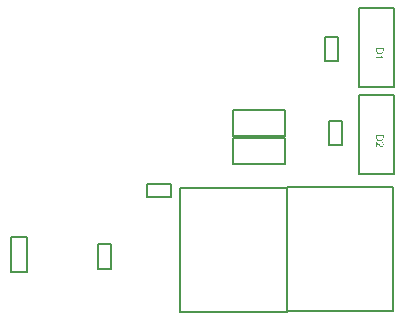
<source format=gbr>
%FSTAX23Y23*%
%MOIN*%
%SFA1B1*%

%IPPOS*%
%ADD11C,0.007874*%
%LNmtr_dvr_pcb_top_assembly-1*%
%LPD*%
G36*
X05165Y03255D02*
X05165Y03254D01*
X05165Y03253*
X05165Y03253*
X05164Y03252*
X05164Y03251*
Y03251*
X05164Y03251*
Y03251*
X05164Y03251*
X05164Y03251*
X05164Y0325*
X05164Y0325*
X05163Y03249*
X05163Y03248*
X05163Y03248*
X05162Y03248*
X05162Y03248*
X05162Y03248*
X05162Y03247*
X05162Y03247*
X05161Y03247*
X05161Y03246*
X0516Y03246*
X05159Y03245*
X05158Y03245*
X05158*
X05158Y03245*
X05158Y03245*
X05158Y03245*
X05157Y03244*
X05157Y03244*
X05157Y03244*
X05156Y03244*
X05156Y03244*
X05156Y03244*
X05155Y03244*
X05153Y03244*
X05152Y03244*
X05152*
X05152*
X05152*
X05152*
X05151Y03244*
X05151*
X0515Y03244*
X0515Y03244*
X05149Y03244*
X05148Y03244*
X05147Y03244*
X05147*
X05147Y03244*
X05147Y03244*
X05147Y03244*
X05146Y03245*
X05146Y03245*
X05145Y03245*
X05145Y03245*
X05144Y03246*
X05143Y03246*
X05143Y03246*
X05143Y03246*
X05143Y03246*
X05143Y03247*
X05142Y03247*
X05142Y03248*
X05142Y03248*
X05141Y03248*
X05141Y03248*
X05141Y03249*
X05141Y03249*
X05141Y03249*
X0514Y0325*
X0514Y0325*
X0514Y03251*
X0514Y03251*
Y03251*
X0514Y03252*
X0514Y03252*
X0514Y03252*
X0514Y03253*
X0514Y03253*
X0514Y03254*
X0514Y03255*
X0514Y03255*
Y03265*
X05165*
Y03255*
G37*
G36*
X05158Y03238D02*
X05159Y03238D01*
X05159Y03238*
X05159Y03238*
X05159Y03237*
X05159Y03237*
X05159Y03236*
X0516Y03236*
X0516Y03235*
X05161Y03234*
X05161Y03233*
X05161Y03233*
X05161Y03233*
X05162Y03233*
X05162Y03233*
X05162Y03233*
X05163Y03232*
X05163Y03232*
X05164Y03231*
X05164Y03231*
X05165Y03231*
Y03229*
X0514*
Y03232*
X05159*
X05159Y03232*
X05159Y03232*
X05159Y03232*
X05159Y03233*
X05158Y03233*
X05158Y03234*
X05157Y03234*
X05157Y03235*
Y03235*
X05157Y03235*
X05157Y03235*
X05157Y03235*
X05156Y03236*
X05156Y03236*
X05156Y03237*
X05156Y03237*
X05155Y03238*
X05158*
Y03238*
G37*
G36*
X05165Y02965D02*
X05165Y02964D01*
X05165Y02963*
X05165Y02963*
X05164Y02962*
X05164Y02961*
Y02961*
X05164Y02961*
Y02961*
X05164Y02961*
X05164Y02961*
X05164Y0296*
X05164Y0296*
X05163Y02959*
X05163Y02958*
X05163Y02958*
X05162Y02958*
X05162Y02958*
X05162Y02958*
X05162Y02957*
X05162Y02957*
X05161Y02957*
X05161Y02956*
X0516Y02956*
X05159Y02955*
X05158Y02955*
X05158*
X05158Y02955*
X05158Y02955*
X05158Y02955*
X05157Y02954*
X05157Y02954*
X05157Y02954*
X05156Y02954*
X05156Y02954*
X05156Y02954*
X05155Y02954*
X05153Y02954*
X05152Y02954*
X05152*
X05152*
X05152*
X05152*
X05151Y02954*
X05151*
X0515Y02954*
X0515Y02954*
X05149Y02954*
X05148Y02954*
X05147Y02954*
X05147*
X05147Y02954*
X05147Y02954*
X05147Y02954*
X05146Y02955*
X05146Y02955*
X05145Y02955*
X05145Y02955*
X05144Y02956*
X05143Y02956*
X05143Y02956*
X05143Y02956*
X05143Y02956*
X05143Y02957*
X05142Y02957*
X05142Y02958*
X05142Y02958*
X05141Y02958*
X05141Y02958*
X05141Y02959*
X05141Y02959*
X05141Y02959*
X0514Y0296*
X0514Y0296*
X0514Y02961*
X0514Y02961*
Y02961*
X0514Y02962*
X0514Y02962*
X0514Y02962*
X0514Y02963*
X0514Y02963*
X0514Y02964*
X0514Y02965*
X0514Y02965*
Y02975*
X05165*
Y02965*
G37*
G36*
X0514Y02951D02*
X05141Y02951D01*
X05141Y02951*
X05141Y02951*
X05142Y0295*
X05142*
X05142Y0295*
X05142Y0295*
X05142Y0295*
X05143Y0295*
X05143Y0295*
X05144Y02949*
X05144Y02949*
X05145Y02948*
X05145*
X05145Y02948*
X05145Y02948*
X05146Y02948*
X05146Y02947*
X05147Y02947*
X05147Y02946*
X05148Y02945*
X05149Y02944*
X05149Y02944*
X05149Y02944*
X05149Y02944*
X05149Y02944*
X0515Y02943*
X0515Y02943*
X0515Y02943*
X05151Y02942*
X05152Y02941*
X05152Y0294*
X05153Y0294*
X05153Y02939*
X05154Y02939*
X05154Y02939*
X05154*
X05154Y02939*
X05154Y02939*
X05154Y02939*
X05155Y02938*
X05155Y02938*
X05156Y02938*
X05157Y02938*
X05157Y02937*
X05158Y02937*
X05158*
X05158*
X05158Y02937*
X05159Y02937*
X05159Y02937*
X05159Y02938*
X0516Y02938*
X0516Y02938*
X05161Y02939*
X05161Y02939*
X05161Y02939*
X05161Y02939*
X05162Y0294*
X05162Y0294*
X05162Y02941*
X05162Y02941*
X05162Y02942*
Y02942*
X05162Y02942*
X05162Y02943*
X05162Y02943*
X05162Y02944*
X05162Y02945*
X05161Y02945*
X05161Y02946*
X05161Y02946*
X05161Y02946*
X0516Y02946*
X0516Y02946*
X05159Y02947*
X05159Y02947*
X05158Y02947*
X05157Y02947*
X05158Y0295*
X05158*
X05158Y0295*
X05158*
X05158Y0295*
X05158Y0295*
X05159Y0295*
X05159Y0295*
X0516Y0295*
X0516Y02949*
X05161Y02949*
X05162Y02949*
X05162Y02948*
X05163Y02948*
X05163Y02948*
X05163Y02948*
X05163Y02948*
X05163Y02948*
X05163Y02947*
X05163Y02947*
X05163Y02947*
X05164Y02947*
X05164Y02946*
X05164Y02946*
X05164Y02945*
X05164Y02945*
X05165Y02944*
X05165Y02944*
X05165Y02943*
X05165Y02943*
X05165Y02942*
Y02942*
X05165Y02941*
X05165Y02941*
X05165Y02941*
X05165Y0294*
X05165Y0294*
X05164Y02939*
X05164Y02938*
X05164Y02938*
X05163Y02937*
X05163Y02937*
X05163Y02936*
X05163Y02936*
X05163Y02936*
X05163Y02936*
X05162Y02936*
X05162Y02936*
X05162Y02936*
X05162Y02935*
X05161Y02935*
X05161Y02935*
X0516Y02934*
X05159Y02934*
X05159Y02934*
X05158Y02934*
X05158Y02934*
X05158*
X05158*
X05157Y02934*
X05157Y02934*
X05156Y02934*
X05156Y02934*
X05155Y02935*
X05155Y02935*
X05155Y02935*
X05155Y02935*
X05154Y02935*
X05154Y02935*
X05153Y02936*
X05153Y02936*
X05152Y02936*
X05152Y02937*
X05152Y02937*
X05151Y02937*
X05151Y02937*
X05151Y02937*
X05151Y02938*
X05151Y02938*
X0515Y02938*
X0515Y02939*
X0515Y02939*
X05149Y02939*
X05149Y0294*
X05148Y0294*
X05148Y02941*
X05147Y02942*
X05147Y02942*
X05147Y02942*
X05147Y02942*
X05147Y02942*
X05147Y02942*
X05147Y02943*
X05146Y02943*
X05146Y02944*
X05145Y02944*
X05144Y02945*
X05144Y02945*
X05144Y02945*
X05144Y02945*
X05144Y02945*
X05144Y02945*
X05144Y02946*
X05143Y02946*
X05143Y02946*
X05142Y02947*
Y02934*
X0514*
Y02951*
X0514*
X0514*
X0514*
X0514Y02951*
G37*
%LNmtr_dvr_pcb_top_assembly-2*%
%LPC*%
G36*
X05162Y03261D02*
X05142D01*
Y03255*
X05143Y03255*
X05143Y03254*
X05143Y03254*
X05143Y03253*
X05143Y03252*
X05143Y03252*
X05143Y03252*
X05143Y03252*
X05143Y03251*
X05143Y03251*
X05143Y03251*
X05144Y0325*
X05144Y0325*
X05144Y0325*
X05144Y0325*
X05144Y03249*
X05145Y03249*
X05145Y03249*
X05146Y03249*
X05146Y03248*
X05147Y03248*
X05147Y03248*
X05147*
X05148Y03248*
X05148Y03248*
X05148Y03248*
X05148Y03248*
X05148Y03248*
X05148Y03248*
X05149Y03247*
X05149Y03247*
X0515Y03247*
X05151Y03247*
X05152Y03247*
X05152*
X05152*
X05153*
X05153Y03247*
X05153*
X05154Y03247*
X05154Y03247*
X05154Y03247*
X05155Y03247*
X05157Y03248*
X05157Y03248*
X05158Y03248*
X05158Y03248*
X05158*
X05158Y03248*
X05159Y03249*
X05159Y03249*
X05159Y03249*
X05159Y03249*
X0516Y0325*
X0516Y0325*
X05161Y03251*
X05161Y03252*
X05161Y03252*
X05161Y03252*
X05161Y03252*
X05161Y03253*
X05162Y03253*
X05162Y03254*
X05162Y03254*
Y03255*
X05162Y03255*
Y03261*
G37*
G36*
Y02971D02*
X05142D01*
Y02965*
X05143Y02965*
X05143Y02964*
X05143Y02964*
X05143Y02963*
X05143Y02962*
X05143Y02962*
X05143Y02962*
X05143Y02962*
X05143Y02961*
X05143Y02961*
X05143Y02961*
X05144Y0296*
X05144Y0296*
X05144Y0296*
X05144Y0296*
X05144Y02959*
X05145Y02959*
X05145Y02959*
X05146Y02959*
X05146Y02958*
X05147Y02958*
X05147Y02958*
X05147*
X05148Y02958*
X05148Y02958*
X05148Y02958*
X05148Y02958*
X05148Y02958*
X05148Y02958*
X05149Y02957*
X05149Y02957*
X0515Y02957*
X05151Y02957*
X05152Y02957*
X05152*
X05152*
X05153*
X05153Y02957*
X05153*
X05154Y02957*
X05154Y02957*
X05154Y02957*
X05155Y02957*
X05157Y02958*
X05157Y02958*
X05158Y02958*
X05158Y02958*
X05158*
X05158Y02958*
X05159Y02959*
X05159Y02959*
X05159Y02959*
X05159Y02959*
X0516Y0296*
X0516Y0296*
X05161Y02961*
X05161Y02962*
X05161Y02962*
X05161Y02962*
X05161Y02962*
X05161Y02963*
X05162Y02963*
X05162Y02964*
X05162Y02964*
Y02965*
X05162Y02965*
Y02971*
G37*
%LNmtr_dvr_pcb_top_assembly-3*%
%LPD*%
G54D11*
X04842Y02388D02*
Y02801D01*
X05197*
Y02388D02*
Y02801D01*
X04842Y02388D02*
X05197D01*
X04487Y02383D02*
Y02796D01*
X04842*
Y02383D02*
Y02796D01*
X04487Y02383D02*
X04842D01*
X03977Y02517D02*
Y02632D01*
X03922Y02517D02*
X03977D01*
X03922D02*
Y02632D01*
X03977*
X04256Y02527D02*
Y02609D01*
X04213Y02527D02*
X04256D01*
X04213D02*
Y02609D01*
X04256*
X04375Y02768D02*
Y02811D01*
Y02768D02*
X04456D01*
Y02811*
X04375D02*
X04456D01*
X04663Y02876D02*
Y02963D01*
Y02876D02*
X04836D01*
Y02963*
X04663D02*
X04836D01*
X04663Y02971D02*
Y03058D01*
Y02971D02*
X04836D01*
Y03058*
X04663D02*
X04836D01*
X05198Y03133D02*
Y03396D01*
X05081Y03133D02*
X05198D01*
X05081D02*
Y03396D01*
X05198*
X05011Y03219D02*
Y033D01*
X04968Y03219D02*
X05011D01*
X04968D02*
Y033D01*
X05011*
X05198Y02843D02*
Y03106D01*
X05081Y02843D02*
X05198D01*
X05081D02*
Y03106D01*
X05198*
X05026Y02939D02*
Y0302D01*
X04983Y02939D02*
X05026D01*
X04983D02*
Y0302D01*
X05026*
M02*
</source>
